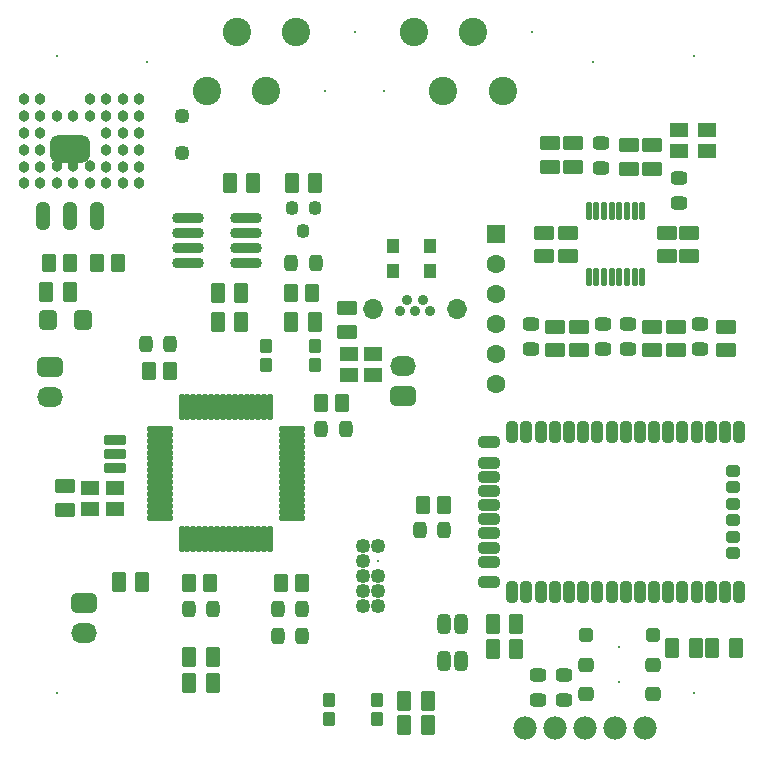
<source format=gts>
G04 Layer_Color=8388736*
%FSAX24Y24*%
%MOIN*%
G70*
G01*
G75*
%ADD62R,0.0434X0.0454*%
G04:AMPARAMS|DCode=63|XSize=67.1mil|YSize=47.4mil|CornerRadius=8.9mil|HoleSize=0mil|Usage=FLASHONLY|Rotation=90.000|XOffset=0mil|YOffset=0mil|HoleType=Round|Shape=RoundedRectangle|*
%AMROUNDEDRECTD63*
21,1,0.0671,0.0295,0,0,90.0*
21,1,0.0492,0.0474,0,0,90.0*
1,1,0.0178,0.0148,0.0246*
1,1,0.0178,0.0148,-0.0246*
1,1,0.0178,-0.0148,-0.0246*
1,1,0.0178,-0.0148,0.0246*
%
%ADD63ROUNDEDRECTD63*%
G04:AMPARAMS|DCode=64|XSize=48mil|YSize=63mil|CornerRadius=9mil|HoleSize=0mil|Usage=FLASHONLY|Rotation=0.000|XOffset=0mil|YOffset=0mil|HoleType=Round|Shape=RoundedRectangle|*
%AMROUNDEDRECTD64*
21,1,0.0480,0.0450,0,0,0.0*
21,1,0.0300,0.0630,0,0,0.0*
1,1,0.0180,0.0150,-0.0225*
1,1,0.0180,-0.0150,-0.0225*
1,1,0.0180,-0.0150,0.0225*
1,1,0.0180,0.0150,0.0225*
%
%ADD64ROUNDEDRECTD64*%
G04:AMPARAMS|DCode=65|XSize=55.2mil|YSize=43.4mil|CornerRadius=12.9mil|HoleSize=0mil|Usage=FLASHONLY|Rotation=90.000|XOffset=0mil|YOffset=0mil|HoleType=Round|Shape=RoundedRectangle|*
%AMROUNDEDRECTD65*
21,1,0.0552,0.0177,0,0,90.0*
21,1,0.0295,0.0434,0,0,90.0*
1,1,0.0257,0.0089,0.0148*
1,1,0.0257,0.0089,-0.0148*
1,1,0.0257,-0.0089,-0.0148*
1,1,0.0257,-0.0089,0.0148*
%
%ADD65ROUNDEDRECTD65*%
G04:AMPARAMS|DCode=66|XSize=55.2mil|YSize=43.4mil|CornerRadius=12.9mil|HoleSize=0mil|Usage=FLASHONLY|Rotation=0.000|XOffset=0mil|YOffset=0mil|HoleType=Round|Shape=RoundedRectangle|*
%AMROUNDEDRECTD66*
21,1,0.0552,0.0177,0,0,0.0*
21,1,0.0295,0.0434,0,0,0.0*
1,1,0.0257,0.0148,-0.0089*
1,1,0.0257,-0.0148,-0.0089*
1,1,0.0257,-0.0148,0.0089*
1,1,0.0257,0.0148,0.0089*
%
%ADD66ROUNDEDRECTD66*%
G04:AMPARAMS|DCode=67|XSize=43mil|YSize=48mil|CornerRadius=12.8mil|HoleSize=0mil|Usage=FLASHONLY|Rotation=180.000|XOffset=0mil|YOffset=0mil|HoleType=Round|Shape=RoundedRectangle|*
%AMROUNDEDRECTD67*
21,1,0.0430,0.0225,0,0,180.0*
21,1,0.0175,0.0480,0,0,180.0*
1,1,0.0255,-0.0088,0.0113*
1,1,0.0255,0.0088,0.0113*
1,1,0.0255,0.0088,-0.0113*
1,1,0.0255,-0.0088,-0.0113*
%
%ADD67ROUNDEDRECTD67*%
G04:AMPARAMS|DCode=68|XSize=67.1mil|YSize=63.1mil|CornerRadius=17.8mil|HoleSize=0mil|Usage=FLASHONLY|Rotation=90.000|XOffset=0mil|YOffset=0mil|HoleType=Round|Shape=RoundedRectangle|*
%AMROUNDEDRECTD68*
21,1,0.0671,0.0276,0,0,90.0*
21,1,0.0315,0.0631,0,0,90.0*
1,1,0.0356,0.0138,0.0157*
1,1,0.0356,0.0138,-0.0157*
1,1,0.0356,-0.0138,-0.0157*
1,1,0.0356,-0.0138,0.0157*
%
%ADD68ROUNDEDRECTD68*%
G04:AMPARAMS|DCode=69|XSize=43.4mil|YSize=90.7mil|CornerRadius=12.9mil|HoleSize=0mil|Usage=FLASHONLY|Rotation=180.000|XOffset=0mil|YOffset=0mil|HoleType=Round|Shape=RoundedRectangle|*
%AMROUNDEDRECTD69*
21,1,0.0434,0.0650,0,0,180.0*
21,1,0.0177,0.0907,0,0,180.0*
1,1,0.0257,-0.0089,0.0325*
1,1,0.0257,0.0089,0.0325*
1,1,0.0257,0.0089,-0.0325*
1,1,0.0257,-0.0089,-0.0325*
%
%ADD69ROUNDEDRECTD69*%
G04:AMPARAMS|DCode=70|XSize=134mil|YSize=90.7mil|CornerRadius=24.7mil|HoleSize=0mil|Usage=FLASHONLY|Rotation=180.000|XOffset=0mil|YOffset=0mil|HoleType=Round|Shape=RoundedRectangle|*
%AMROUNDEDRECTD70*
21,1,0.1340,0.0413,0,0,180.0*
21,1,0.0846,0.0907,0,0,180.0*
1,1,0.0493,-0.0423,0.0207*
1,1,0.0493,0.0423,0.0207*
1,1,0.0493,0.0423,-0.0207*
1,1,0.0493,-0.0423,-0.0207*
%
%ADD70ROUNDEDRECTD70*%
G04:AMPARAMS|DCode=71|XSize=43.4mil|YSize=45.4mil|CornerRadius=12.9mil|HoleSize=0mil|Usage=FLASHONLY|Rotation=270.000|XOffset=0mil|YOffset=0mil|HoleType=Round|Shape=RoundedRectangle|*
%AMROUNDEDRECTD71*
21,1,0.0434,0.0197,0,0,270.0*
21,1,0.0177,0.0454,0,0,270.0*
1,1,0.0257,-0.0098,-0.0089*
1,1,0.0257,-0.0098,0.0089*
1,1,0.0257,0.0098,0.0089*
1,1,0.0257,0.0098,-0.0089*
%
%ADD71ROUNDEDRECTD71*%
G04:AMPARAMS|DCode=72|XSize=39.5mil|YSize=43.4mil|CornerRadius=11.9mil|HoleSize=0mil|Usage=FLASHONLY|Rotation=0.000|XOffset=0mil|YOffset=0mil|HoleType=Round|Shape=RoundedRectangle|*
%AMROUNDEDRECTD72*
21,1,0.0395,0.0197,0,0,0.0*
21,1,0.0157,0.0434,0,0,0.0*
1,1,0.0237,0.0079,-0.0098*
1,1,0.0237,-0.0079,-0.0098*
1,1,0.0237,-0.0079,0.0098*
1,1,0.0237,0.0079,0.0098*
%
%ADD72ROUNDEDRECTD72*%
%ADD73O,0.1064X0.0356*%
G04:AMPARAMS|DCode=74|XSize=36mil|YSize=75mil|CornerRadius=11mil|HoleSize=0mil|Usage=FLASHONLY|Rotation=270.000|XOffset=0mil|YOffset=0mil|HoleType=Round|Shape=RoundedRectangle|*
%AMROUNDEDRECTD74*
21,1,0.0360,0.0530,0,0,270.0*
21,1,0.0140,0.0750,0,0,270.0*
1,1,0.0220,-0.0265,-0.0070*
1,1,0.0220,-0.0265,0.0070*
1,1,0.0220,0.0265,0.0070*
1,1,0.0220,0.0265,-0.0070*
%
%ADD74ROUNDEDRECTD74*%
G04:AMPARAMS|DCode=75|XSize=43.4mil|YSize=67.1mil|CornerRadius=12.9mil|HoleSize=0mil|Usage=FLASHONLY|Rotation=0.000|XOffset=0mil|YOffset=0mil|HoleType=Round|Shape=RoundedRectangle|*
%AMROUNDEDRECTD75*
21,1,0.0434,0.0413,0,0,0.0*
21,1,0.0177,0.0671,0,0,0.0*
1,1,0.0257,0.0089,-0.0207*
1,1,0.0257,-0.0089,-0.0207*
1,1,0.0257,-0.0089,0.0207*
1,1,0.0257,0.0089,0.0207*
%
%ADD75ROUNDEDRECTD75*%
G04:AMPARAMS|DCode=76|XSize=48mil|YSize=54mil|CornerRadius=14mil|HoleSize=0mil|Usage=FLASHONLY|Rotation=90.000|XOffset=0mil|YOffset=0mil|HoleType=Round|Shape=RoundedRectangle|*
%AMROUNDEDRECTD76*
21,1,0.0480,0.0260,0,0,90.0*
21,1,0.0200,0.0540,0,0,90.0*
1,1,0.0280,0.0130,0.0100*
1,1,0.0280,0.0130,-0.0100*
1,1,0.0280,-0.0130,-0.0100*
1,1,0.0280,-0.0130,0.0100*
%
%ADD76ROUNDEDRECTD76*%
G04:AMPARAMS|DCode=77|XSize=48mil|YSize=48mil|CornerRadius=14mil|HoleSize=0mil|Usage=FLASHONLY|Rotation=90.000|XOffset=0mil|YOffset=0mil|HoleType=Round|Shape=RoundedRectangle|*
%AMROUNDEDRECTD77*
21,1,0.0480,0.0200,0,0,90.0*
21,1,0.0200,0.0480,0,0,90.0*
1,1,0.0280,0.0100,0.0100*
1,1,0.0280,0.0100,-0.0100*
1,1,0.0280,-0.0100,-0.0100*
1,1,0.0280,-0.0100,0.0100*
%
%ADD77ROUNDEDRECTD77*%
G04:AMPARAMS|DCode=78|XSize=71mil|YSize=39.5mil|CornerRadius=11.9mil|HoleSize=0mil|Usage=FLASHONLY|Rotation=270.000|XOffset=0mil|YOffset=0mil|HoleType=Round|Shape=RoundedRectangle|*
%AMROUNDEDRECTD78*
21,1,0.0710,0.0157,0,0,270.0*
21,1,0.0472,0.0395,0,0,270.0*
1,1,0.0237,-0.0079,-0.0236*
1,1,0.0237,-0.0079,0.0236*
1,1,0.0237,0.0079,0.0236*
1,1,0.0237,0.0079,-0.0236*
%
%ADD78ROUNDEDRECTD78*%
G04:AMPARAMS|DCode=79|XSize=39.5mil|YSize=47.4mil|CornerRadius=11.9mil|HoleSize=0mil|Usage=FLASHONLY|Rotation=270.000|XOffset=0mil|YOffset=0mil|HoleType=Round|Shape=RoundedRectangle|*
%AMROUNDEDRECTD79*
21,1,0.0395,0.0236,0,0,270.0*
21,1,0.0157,0.0474,0,0,270.0*
1,1,0.0237,-0.0118,-0.0079*
1,1,0.0237,-0.0118,0.0079*
1,1,0.0237,0.0118,0.0079*
1,1,0.0237,0.0118,-0.0079*
%
%ADD79ROUNDEDRECTD79*%
G04:AMPARAMS|DCode=80|XSize=39.5mil|YSize=71mil|CornerRadius=11.9mil|HoleSize=0mil|Usage=FLASHONLY|Rotation=270.000|XOffset=0mil|YOffset=0mil|HoleType=Round|Shape=RoundedRectangle|*
%AMROUNDEDRECTD80*
21,1,0.0395,0.0472,0,0,270.0*
21,1,0.0157,0.0710,0,0,270.0*
1,1,0.0237,-0.0236,-0.0079*
1,1,0.0237,-0.0236,0.0079*
1,1,0.0237,0.0236,0.0079*
1,1,0.0237,0.0236,-0.0079*
%
%ADD80ROUNDEDRECTD80*%
%ADD81O,0.0198X0.0907*%
%ADD82O,0.0907X0.0198*%
G04:AMPARAMS|DCode=83|XSize=67.1mil|YSize=47.4mil|CornerRadius=8.9mil|HoleSize=0mil|Usage=FLASHONLY|Rotation=0.000|XOffset=0mil|YOffset=0mil|HoleType=Round|Shape=RoundedRectangle|*
%AMROUNDEDRECTD83*
21,1,0.0671,0.0295,0,0,0.0*
21,1,0.0492,0.0474,0,0,0.0*
1,1,0.0178,0.0246,-0.0148*
1,1,0.0178,-0.0246,-0.0148*
1,1,0.0178,-0.0246,0.0148*
1,1,0.0178,0.0246,0.0148*
%
%ADD83ROUNDEDRECTD83*%
G04:AMPARAMS|DCode=84|XSize=48mil|YSize=63mil|CornerRadius=9mil|HoleSize=0mil|Usage=FLASHONLY|Rotation=90.000|XOffset=0mil|YOffset=0mil|HoleType=Round|Shape=RoundedRectangle|*
%AMROUNDEDRECTD84*
21,1,0.0480,0.0450,0,0,90.0*
21,1,0.0300,0.0630,0,0,90.0*
1,1,0.0180,0.0225,0.0150*
1,1,0.0180,0.0225,-0.0150*
1,1,0.0180,-0.0225,-0.0150*
1,1,0.0180,-0.0225,0.0150*
%
%ADD84ROUNDEDRECTD84*%
%ADD85O,0.0218X0.0631*%
G04:AMPARAMS|DCode=86|XSize=67.1mil|YSize=86.7mil|CornerRadius=18.8mil|HoleSize=0mil|Usage=FLASHONLY|Rotation=90.000|XOffset=0mil|YOffset=0mil|HoleType=Round|Shape=RoundedRectangle|*
%AMROUNDEDRECTD86*
21,1,0.0671,0.0492,0,0,90.0*
21,1,0.0295,0.0867,0,0,90.0*
1,1,0.0375,0.0246,0.0148*
1,1,0.0375,0.0246,-0.0148*
1,1,0.0375,-0.0246,-0.0148*
1,1,0.0375,-0.0246,0.0148*
%
%ADD86ROUNDEDRECTD86*%
%ADD87O,0.0867X0.0671*%
%ADD88C,0.0780*%
%ADD89C,0.0130*%
%ADD90C,0.0946*%
%ADD91C,0.0493*%
%ADD92C,0.0493*%
%ADD93O,0.0671X0.0671*%
%ADD94C,0.0360*%
%ADD95C,0.0631*%
%ADD96R,0.0631X0.0631*%
%ADD97C,0.0380*%
D62*
X024460Y028730D02*
D03*
X025700D02*
D03*
Y029570D02*
D03*
X024460D02*
D03*
D63*
X018454Y015020D02*
D03*
X017666D02*
D03*
Y015890D02*
D03*
X018454D02*
D03*
X021877Y031690D02*
D03*
X021090D02*
D03*
X021857Y027040D02*
D03*
X021070D02*
D03*
X025624Y013600D02*
D03*
X024836D02*
D03*
X018626Y027992D02*
D03*
X019414D02*
D03*
X024836Y014410D02*
D03*
X025624D02*
D03*
X019026Y031690D02*
D03*
X019814D02*
D03*
X015326Y018360D02*
D03*
X016114D02*
D03*
X013694Y028050D02*
D03*
X012906D02*
D03*
X028584Y016960D02*
D03*
X027796D02*
D03*
X028584Y016130D02*
D03*
X027796D02*
D03*
X033776Y016170D02*
D03*
X034564D02*
D03*
X035894D02*
D03*
X035106D02*
D03*
X018626Y027040D02*
D03*
X019414D02*
D03*
D64*
X025475Y020940D02*
D03*
X026175D02*
D03*
X017658Y018350D02*
D03*
X018358D02*
D03*
X017052Y025410D02*
D03*
X016352D02*
D03*
X022077Y024350D02*
D03*
X022777D02*
D03*
X021453Y018340D02*
D03*
X020753D02*
D03*
X013700Y029000D02*
D03*
X013000D02*
D03*
X014606D02*
D03*
X015306D02*
D03*
X021070Y027992D02*
D03*
X021770D02*
D03*
D65*
X026183Y020120D02*
D03*
X025357D02*
D03*
X021453Y016560D02*
D03*
X020627D02*
D03*
X018485Y017480D02*
D03*
X017658D02*
D03*
X016226Y026310D02*
D03*
X017052D02*
D03*
X022903Y023470D02*
D03*
X022077D02*
D03*
X020627Y017480D02*
D03*
X021453D02*
D03*
X021897Y029010D02*
D03*
X021070D02*
D03*
D66*
X030160Y014438D02*
D03*
Y015264D02*
D03*
X029290Y014438D02*
D03*
Y015264D02*
D03*
X031479Y026132D02*
D03*
Y026959D02*
D03*
X034709Y026132D02*
D03*
Y026959D02*
D03*
X029061Y026132D02*
D03*
Y026959D02*
D03*
X032309Y026132D02*
D03*
Y026959D02*
D03*
X031410Y033013D02*
D03*
Y032187D02*
D03*
X033990Y031017D02*
D03*
Y031843D02*
D03*
D67*
X021857Y026245D02*
D03*
X020243D02*
D03*
Y025615D02*
D03*
X021857D02*
D03*
X023937Y014435D02*
D03*
X022323D02*
D03*
Y013805D02*
D03*
X023937D02*
D03*
D68*
X012959Y027100D02*
D03*
X014141D02*
D03*
D69*
X012794Y030578D02*
D03*
X013700D02*
D03*
X014606D02*
D03*
D70*
X013700Y032822D02*
D03*
D71*
X017430Y032660D02*
D03*
Y033900D02*
D03*
D72*
X021857Y030854D02*
D03*
X021109D02*
D03*
X021483Y030066D02*
D03*
D73*
X017645Y030510D02*
D03*
Y030010D02*
D03*
Y029510D02*
D03*
Y029010D02*
D03*
X019575Y030510D02*
D03*
Y030010D02*
D03*
Y029510D02*
D03*
Y029010D02*
D03*
D74*
X015200Y022170D02*
D03*
Y022650D02*
D03*
Y023122D02*
D03*
D75*
X026170Y015740D02*
D03*
X026729D02*
D03*
X026171Y016960D02*
D03*
X026729D02*
D03*
D76*
X033122Y014636D02*
D03*
Y015620D02*
D03*
X030890Y014636D02*
D03*
Y015620D02*
D03*
D77*
X033122Y016610D02*
D03*
X030890D02*
D03*
D78*
X028447Y023361D02*
D03*
X028920D02*
D03*
X029392D02*
D03*
X029865D02*
D03*
X036006D02*
D03*
X035534D02*
D03*
X035062D02*
D03*
X034589D02*
D03*
X034117D02*
D03*
X033644D02*
D03*
X033172D02*
D03*
X032699D02*
D03*
X032227D02*
D03*
X031754D02*
D03*
X031282D02*
D03*
X030810D02*
D03*
X030337D02*
D03*
X028447Y018046D02*
D03*
X028920D02*
D03*
X029392D02*
D03*
X029865D02*
D03*
X030337D02*
D03*
X030810D02*
D03*
X031282D02*
D03*
X031754D02*
D03*
X032227D02*
D03*
X032699D02*
D03*
X033172D02*
D03*
X033644D02*
D03*
X034117D02*
D03*
X034589D02*
D03*
X035062D02*
D03*
X035534D02*
D03*
X036006D02*
D03*
D79*
X035810Y022082D02*
D03*
Y021531D02*
D03*
Y020979D02*
D03*
Y020428D02*
D03*
Y019877D02*
D03*
Y019326D02*
D03*
D80*
X027660Y023027D02*
D03*
Y022357D02*
D03*
Y021885D02*
D03*
Y021412D02*
D03*
Y020940D02*
D03*
Y020468D02*
D03*
Y019995D02*
D03*
Y019523D02*
D03*
Y019050D02*
D03*
Y018381D02*
D03*
D81*
X017424Y024205D02*
D03*
X017620D02*
D03*
X017817D02*
D03*
X018014D02*
D03*
X018211D02*
D03*
X018408D02*
D03*
X018605D02*
D03*
X018802D02*
D03*
X018998D02*
D03*
X019195D02*
D03*
X019392D02*
D03*
X019589D02*
D03*
X019786D02*
D03*
X019983D02*
D03*
X020180D02*
D03*
X020376D02*
D03*
Y019795D02*
D03*
X020180D02*
D03*
X019983D02*
D03*
X019786D02*
D03*
X019589D02*
D03*
X019392D02*
D03*
X019195D02*
D03*
X018998D02*
D03*
X018802D02*
D03*
X018605D02*
D03*
X018408D02*
D03*
X018211D02*
D03*
X018014D02*
D03*
X017817D02*
D03*
X017620D02*
D03*
X017424D02*
D03*
D82*
X021105Y023476D02*
D03*
Y023280D02*
D03*
Y023083D02*
D03*
Y022886D02*
D03*
Y022689D02*
D03*
Y022492D02*
D03*
Y022295D02*
D03*
Y022098D02*
D03*
Y021902D02*
D03*
Y021705D02*
D03*
Y021508D02*
D03*
Y021311D02*
D03*
Y021114D02*
D03*
Y020917D02*
D03*
Y020720D02*
D03*
Y020524D02*
D03*
X016695D02*
D03*
Y020720D02*
D03*
Y020917D02*
D03*
Y021114D02*
D03*
Y021311D02*
D03*
Y021508D02*
D03*
Y021705D02*
D03*
Y021902D02*
D03*
Y022098D02*
D03*
Y022295D02*
D03*
Y022492D02*
D03*
Y022689D02*
D03*
Y022886D02*
D03*
Y023083D02*
D03*
Y023280D02*
D03*
Y023476D02*
D03*
D83*
X013530Y021564D02*
D03*
Y020776D02*
D03*
X029879Y026093D02*
D03*
Y026880D02*
D03*
X030679Y026093D02*
D03*
Y026880D02*
D03*
X033109Y026093D02*
D03*
Y026880D02*
D03*
X033909Y026093D02*
D03*
Y026880D02*
D03*
X029520Y029236D02*
D03*
Y030024D02*
D03*
X033600Y029236D02*
D03*
Y030024D02*
D03*
X030300Y029236D02*
D03*
Y030024D02*
D03*
X034350Y029236D02*
D03*
Y030024D02*
D03*
X029700Y032206D02*
D03*
Y032994D02*
D03*
X030480Y032206D02*
D03*
Y032994D02*
D03*
X032326Y032152D02*
D03*
Y032939D02*
D03*
X033120Y032146D02*
D03*
Y032934D02*
D03*
X035554Y026880D02*
D03*
Y026093D02*
D03*
X022950Y026716D02*
D03*
Y027504D02*
D03*
D84*
X015220Y020820D02*
D03*
Y021520D02*
D03*
X014360D02*
D03*
Y020820D02*
D03*
X034000Y032744D02*
D03*
Y033444D02*
D03*
X034921Y032744D02*
D03*
Y033444D02*
D03*
X023010Y025990D02*
D03*
Y025290D02*
D03*
X023820Y025990D02*
D03*
Y025290D02*
D03*
D85*
X032784Y030748D02*
D03*
X032529D02*
D03*
X032273D02*
D03*
X032017D02*
D03*
X031761D02*
D03*
X031505D02*
D03*
X031249D02*
D03*
X030993D02*
D03*
X032784Y028543D02*
D03*
X032529D02*
D03*
X032273D02*
D03*
X032017D02*
D03*
X031761D02*
D03*
X031505D02*
D03*
X031249D02*
D03*
X030993D02*
D03*
D86*
X024820Y024580D02*
D03*
X014160Y017690D02*
D03*
X013050Y025550D02*
D03*
D87*
X024820Y025580D02*
D03*
X014160Y016690D02*
D03*
X013050Y024550D02*
D03*
D88*
X028880Y013500D02*
D03*
X029880D02*
D03*
X030880D02*
D03*
X031880D02*
D03*
X032880D02*
D03*
D89*
X029106Y036700D02*
D03*
X023200D02*
D03*
X024184Y034732D02*
D03*
X022216D02*
D03*
X031133Y035716D02*
D03*
X016271D02*
D03*
X032010Y015029D02*
D03*
Y016220D02*
D03*
X023960Y019080D02*
D03*
X013270Y014670D02*
D03*
Y035920D02*
D03*
X034520D02*
D03*
Y014670D02*
D03*
D90*
X027137Y036700D02*
D03*
X025168D02*
D03*
X021232D02*
D03*
X019263D02*
D03*
X028121Y034732D02*
D03*
X026153D02*
D03*
X020247D02*
D03*
X018279D02*
D03*
D91*
X023460Y019580D02*
D03*
X023960D02*
D03*
X023460Y019080D02*
D03*
Y018580D02*
D03*
X023960D02*
D03*
X023460Y018080D02*
D03*
X023960D02*
D03*
X023460Y017580D02*
D03*
D92*
X023960D02*
D03*
D93*
X026607Y027480D02*
D03*
X023793D02*
D03*
D94*
X024688Y027393D02*
D03*
X025200D02*
D03*
X025712D02*
D03*
X025456Y027787D02*
D03*
X024944D02*
D03*
D95*
X027900Y026990D02*
D03*
Y028990D02*
D03*
Y027990D02*
D03*
Y025990D02*
D03*
Y024990D02*
D03*
D96*
Y029990D02*
D03*
D97*
X014920Y033346D02*
D03*
X012720Y032222D02*
D03*
Y032784D02*
D03*
Y033346D02*
D03*
X013820Y031660D02*
D03*
X013270D02*
D03*
X014920D02*
D03*
X014370D02*
D03*
X012720D02*
D03*
X016020D02*
D03*
X015470D02*
D03*
X016020Y032222D02*
D03*
X015470D02*
D03*
X016020Y032784D02*
D03*
X015470D02*
D03*
X016020Y033346D02*
D03*
X015470D02*
D03*
X016020Y033908D02*
D03*
X015470D02*
D03*
X016020Y034470D02*
D03*
X015470Y034470D02*
D03*
X013820Y033908D02*
D03*
X012720D02*
D03*
X013270D02*
D03*
X014370D02*
D03*
X014920D02*
D03*
X012720Y034470D02*
D03*
X014370Y034470D02*
D03*
X014920D02*
D03*
X012170Y033346D02*
D03*
Y032222D02*
D03*
Y032784D02*
D03*
Y033908D02*
D03*
Y034470D02*
D03*
Y031660D02*
D03*
X014920Y032784D02*
D03*
Y032222D02*
D03*
X014370Y032230D02*
D03*
X013270D02*
D03*
X013820D02*
D03*
M02*

</source>
